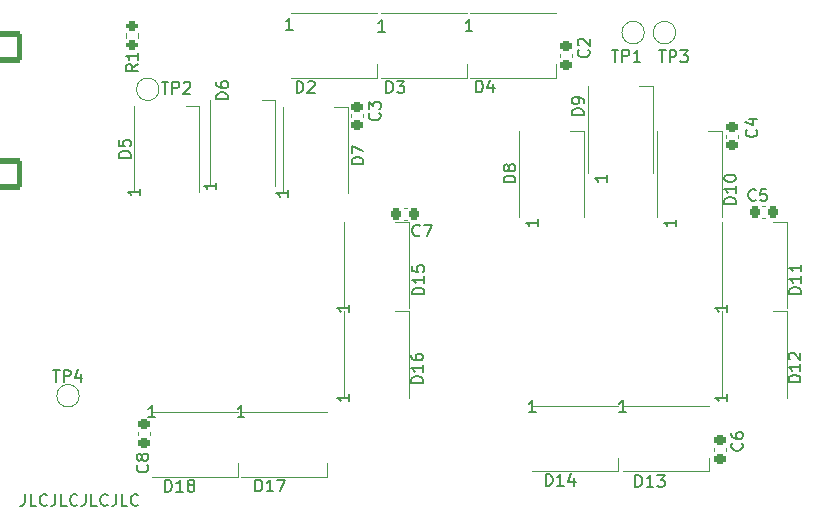
<source format=gbr>
%TF.GenerationSoftware,KiCad,Pcbnew,7.0.1*%
%TF.CreationDate,2023-04-10T12:22:30-08:00*%
%TF.ProjectId,ANT SEL PANEL,414e5420-5345-44c2-9050-414e454c2e6b,4*%
%TF.SameCoordinates,Original*%
%TF.FileFunction,Legend,Top*%
%TF.FilePolarity,Positive*%
%FSLAX46Y46*%
G04 Gerber Fmt 4.6, Leading zero omitted, Abs format (unit mm)*
G04 Created by KiCad (PCBNEW 7.0.1) date 2023-04-10 12:22:30*
%MOMM*%
%LPD*%
G01*
G04 APERTURE LIST*
G04 Aperture macros list*
%AMRoundRect*
0 Rectangle with rounded corners*
0 $1 Rounding radius*
0 $2 $3 $4 $5 $6 $7 $8 $9 X,Y pos of 4 corners*
0 Add a 4 corners polygon primitive as box body*
4,1,4,$2,$3,$4,$5,$6,$7,$8,$9,$2,$3,0*
0 Add four circle primitives for the rounded corners*
1,1,$1+$1,$2,$3*
1,1,$1+$1,$4,$5*
1,1,$1+$1,$6,$7*
1,1,$1+$1,$8,$9*
0 Add four rect primitives between the rounded corners*
20,1,$1+$1,$2,$3,$4,$5,0*
20,1,$1+$1,$4,$5,$6,$7,0*
20,1,$1+$1,$6,$7,$8,$9,0*
20,1,$1+$1,$8,$9,$2,$3,0*%
G04 Aperture macros list end*
%ADD10C,0.150000*%
%ADD11C,0.120000*%
%ADD12C,1.500000*%
%ADD13R,1.800000X1.800000*%
%ADD14C,1.800000*%
%ADD15C,3.572000*%
%ADD16C,12.700000*%
%ADD17RoundRect,0.225000X-0.250000X0.225000X-0.250000X-0.225000X0.250000X-0.225000X0.250000X0.225000X0*%
%ADD18R,1.500000X0.900000*%
%ADD19R,0.900000X1.500000*%
%ADD20RoundRect,0.200000X-0.275000X0.200000X-0.275000X-0.200000X0.275000X-0.200000X0.275000X0.200000X0*%
%ADD21RoundRect,0.225000X0.225000X0.250000X-0.225000X0.250000X-0.225000X-0.250000X0.225000X-0.250000X0*%
%ADD22RoundRect,0.225000X-0.225000X-0.250000X0.225000X-0.250000X0.225000X0.250000X-0.225000X0.250000X0*%
%ADD23O,3.300000X2.700000*%
%ADD24RoundRect,0.250001X-1.399999X1.099999X-1.399999X-1.099999X1.399999X-1.099999X1.399999X1.099999X0*%
%ADD25C,4.300000*%
G04 APERTURE END LIST*
D10*
X84255951Y-79762619D02*
X84255951Y-80476904D01*
X84255951Y-80476904D02*
X84208332Y-80619761D01*
X84208332Y-80619761D02*
X84113094Y-80715000D01*
X84113094Y-80715000D02*
X83970237Y-80762619D01*
X83970237Y-80762619D02*
X83874999Y-80762619D01*
X85208332Y-80762619D02*
X84732142Y-80762619D01*
X84732142Y-80762619D02*
X84732142Y-79762619D01*
X86113094Y-80667380D02*
X86065475Y-80715000D01*
X86065475Y-80715000D02*
X85922618Y-80762619D01*
X85922618Y-80762619D02*
X85827380Y-80762619D01*
X85827380Y-80762619D02*
X85684523Y-80715000D01*
X85684523Y-80715000D02*
X85589285Y-80619761D01*
X85589285Y-80619761D02*
X85541666Y-80524523D01*
X85541666Y-80524523D02*
X85494047Y-80334047D01*
X85494047Y-80334047D02*
X85494047Y-80191190D01*
X85494047Y-80191190D02*
X85541666Y-80000714D01*
X85541666Y-80000714D02*
X85589285Y-79905476D01*
X85589285Y-79905476D02*
X85684523Y-79810238D01*
X85684523Y-79810238D02*
X85827380Y-79762619D01*
X85827380Y-79762619D02*
X85922618Y-79762619D01*
X85922618Y-79762619D02*
X86065475Y-79810238D01*
X86065475Y-79810238D02*
X86113094Y-79857857D01*
X86827380Y-79762619D02*
X86827380Y-80476904D01*
X86827380Y-80476904D02*
X86779761Y-80619761D01*
X86779761Y-80619761D02*
X86684523Y-80715000D01*
X86684523Y-80715000D02*
X86541666Y-80762619D01*
X86541666Y-80762619D02*
X86446428Y-80762619D01*
X87779761Y-80762619D02*
X87303571Y-80762619D01*
X87303571Y-80762619D02*
X87303571Y-79762619D01*
X88684523Y-80667380D02*
X88636904Y-80715000D01*
X88636904Y-80715000D02*
X88494047Y-80762619D01*
X88494047Y-80762619D02*
X88398809Y-80762619D01*
X88398809Y-80762619D02*
X88255952Y-80715000D01*
X88255952Y-80715000D02*
X88160714Y-80619761D01*
X88160714Y-80619761D02*
X88113095Y-80524523D01*
X88113095Y-80524523D02*
X88065476Y-80334047D01*
X88065476Y-80334047D02*
X88065476Y-80191190D01*
X88065476Y-80191190D02*
X88113095Y-80000714D01*
X88113095Y-80000714D02*
X88160714Y-79905476D01*
X88160714Y-79905476D02*
X88255952Y-79810238D01*
X88255952Y-79810238D02*
X88398809Y-79762619D01*
X88398809Y-79762619D02*
X88494047Y-79762619D01*
X88494047Y-79762619D02*
X88636904Y-79810238D01*
X88636904Y-79810238D02*
X88684523Y-79857857D01*
X89398809Y-79762619D02*
X89398809Y-80476904D01*
X89398809Y-80476904D02*
X89351190Y-80619761D01*
X89351190Y-80619761D02*
X89255952Y-80715000D01*
X89255952Y-80715000D02*
X89113095Y-80762619D01*
X89113095Y-80762619D02*
X89017857Y-80762619D01*
X90351190Y-80762619D02*
X89875000Y-80762619D01*
X89875000Y-80762619D02*
X89875000Y-79762619D01*
X91255952Y-80667380D02*
X91208333Y-80715000D01*
X91208333Y-80715000D02*
X91065476Y-80762619D01*
X91065476Y-80762619D02*
X90970238Y-80762619D01*
X90970238Y-80762619D02*
X90827381Y-80715000D01*
X90827381Y-80715000D02*
X90732143Y-80619761D01*
X90732143Y-80619761D02*
X90684524Y-80524523D01*
X90684524Y-80524523D02*
X90636905Y-80334047D01*
X90636905Y-80334047D02*
X90636905Y-80191190D01*
X90636905Y-80191190D02*
X90684524Y-80000714D01*
X90684524Y-80000714D02*
X90732143Y-79905476D01*
X90732143Y-79905476D02*
X90827381Y-79810238D01*
X90827381Y-79810238D02*
X90970238Y-79762619D01*
X90970238Y-79762619D02*
X91065476Y-79762619D01*
X91065476Y-79762619D02*
X91208333Y-79810238D01*
X91208333Y-79810238D02*
X91255952Y-79857857D01*
X91970238Y-79762619D02*
X91970238Y-80476904D01*
X91970238Y-80476904D02*
X91922619Y-80619761D01*
X91922619Y-80619761D02*
X91827381Y-80715000D01*
X91827381Y-80715000D02*
X91684524Y-80762619D01*
X91684524Y-80762619D02*
X91589286Y-80762619D01*
X92922619Y-80762619D02*
X92446429Y-80762619D01*
X92446429Y-80762619D02*
X92446429Y-79762619D01*
X93827381Y-80667380D02*
X93779762Y-80715000D01*
X93779762Y-80715000D02*
X93636905Y-80762619D01*
X93636905Y-80762619D02*
X93541667Y-80762619D01*
X93541667Y-80762619D02*
X93398810Y-80715000D01*
X93398810Y-80715000D02*
X93303572Y-80619761D01*
X93303572Y-80619761D02*
X93255953Y-80524523D01*
X93255953Y-80524523D02*
X93208334Y-80334047D01*
X93208334Y-80334047D02*
X93208334Y-80191190D01*
X93208334Y-80191190D02*
X93255953Y-80000714D01*
X93255953Y-80000714D02*
X93303572Y-79905476D01*
X93303572Y-79905476D02*
X93398810Y-79810238D01*
X93398810Y-79810238D02*
X93541667Y-79762619D01*
X93541667Y-79762619D02*
X93636905Y-79762619D01*
X93636905Y-79762619D02*
X93779762Y-79810238D01*
X93779762Y-79810238D02*
X93827381Y-79857857D01*
%TO.C,TP4*%
X86638095Y-69264619D02*
X87209523Y-69264619D01*
X86923809Y-70264619D02*
X86923809Y-69264619D01*
X87542857Y-70264619D02*
X87542857Y-69264619D01*
X87542857Y-69264619D02*
X87923809Y-69264619D01*
X87923809Y-69264619D02*
X88019047Y-69312238D01*
X88019047Y-69312238D02*
X88066666Y-69359857D01*
X88066666Y-69359857D02*
X88114285Y-69455095D01*
X88114285Y-69455095D02*
X88114285Y-69597952D01*
X88114285Y-69597952D02*
X88066666Y-69693190D01*
X88066666Y-69693190D02*
X88019047Y-69740809D01*
X88019047Y-69740809D02*
X87923809Y-69788428D01*
X87923809Y-69788428D02*
X87542857Y-69788428D01*
X88971428Y-69597952D02*
X88971428Y-70264619D01*
X88733333Y-69217000D02*
X88495238Y-69931285D01*
X88495238Y-69931285D02*
X89114285Y-69931285D01*
%TO.C,TP3*%
X137938095Y-42212619D02*
X138509523Y-42212619D01*
X138223809Y-43212619D02*
X138223809Y-42212619D01*
X138842857Y-43212619D02*
X138842857Y-42212619D01*
X138842857Y-42212619D02*
X139223809Y-42212619D01*
X139223809Y-42212619D02*
X139319047Y-42260238D01*
X139319047Y-42260238D02*
X139366666Y-42307857D01*
X139366666Y-42307857D02*
X139414285Y-42403095D01*
X139414285Y-42403095D02*
X139414285Y-42545952D01*
X139414285Y-42545952D02*
X139366666Y-42641190D01*
X139366666Y-42641190D02*
X139319047Y-42688809D01*
X139319047Y-42688809D02*
X139223809Y-42736428D01*
X139223809Y-42736428D02*
X138842857Y-42736428D01*
X139747619Y-42212619D02*
X140366666Y-42212619D01*
X140366666Y-42212619D02*
X140033333Y-42593571D01*
X140033333Y-42593571D02*
X140176190Y-42593571D01*
X140176190Y-42593571D02*
X140271428Y-42641190D01*
X140271428Y-42641190D02*
X140319047Y-42688809D01*
X140319047Y-42688809D02*
X140366666Y-42784047D01*
X140366666Y-42784047D02*
X140366666Y-43022142D01*
X140366666Y-43022142D02*
X140319047Y-43117380D01*
X140319047Y-43117380D02*
X140271428Y-43165000D01*
X140271428Y-43165000D02*
X140176190Y-43212619D01*
X140176190Y-43212619D02*
X139890476Y-43212619D01*
X139890476Y-43212619D02*
X139795238Y-43165000D01*
X139795238Y-43165000D02*
X139747619Y-43117380D01*
%TO.C,TP2*%
X95838095Y-44862619D02*
X96409523Y-44862619D01*
X96123809Y-45862619D02*
X96123809Y-44862619D01*
X96742857Y-45862619D02*
X96742857Y-44862619D01*
X96742857Y-44862619D02*
X97123809Y-44862619D01*
X97123809Y-44862619D02*
X97219047Y-44910238D01*
X97219047Y-44910238D02*
X97266666Y-44957857D01*
X97266666Y-44957857D02*
X97314285Y-45053095D01*
X97314285Y-45053095D02*
X97314285Y-45195952D01*
X97314285Y-45195952D02*
X97266666Y-45291190D01*
X97266666Y-45291190D02*
X97219047Y-45338809D01*
X97219047Y-45338809D02*
X97123809Y-45386428D01*
X97123809Y-45386428D02*
X96742857Y-45386428D01*
X97695238Y-44957857D02*
X97742857Y-44910238D01*
X97742857Y-44910238D02*
X97838095Y-44862619D01*
X97838095Y-44862619D02*
X98076190Y-44862619D01*
X98076190Y-44862619D02*
X98171428Y-44910238D01*
X98171428Y-44910238D02*
X98219047Y-44957857D01*
X98219047Y-44957857D02*
X98266666Y-45053095D01*
X98266666Y-45053095D02*
X98266666Y-45148333D01*
X98266666Y-45148333D02*
X98219047Y-45291190D01*
X98219047Y-45291190D02*
X97647619Y-45862619D01*
X97647619Y-45862619D02*
X98266666Y-45862619D01*
%TO.C,TP1*%
X133938095Y-42162619D02*
X134509523Y-42162619D01*
X134223809Y-43162619D02*
X134223809Y-42162619D01*
X134842857Y-43162619D02*
X134842857Y-42162619D01*
X134842857Y-42162619D02*
X135223809Y-42162619D01*
X135223809Y-42162619D02*
X135319047Y-42210238D01*
X135319047Y-42210238D02*
X135366666Y-42257857D01*
X135366666Y-42257857D02*
X135414285Y-42353095D01*
X135414285Y-42353095D02*
X135414285Y-42495952D01*
X135414285Y-42495952D02*
X135366666Y-42591190D01*
X135366666Y-42591190D02*
X135319047Y-42638809D01*
X135319047Y-42638809D02*
X135223809Y-42686428D01*
X135223809Y-42686428D02*
X134842857Y-42686428D01*
X136366666Y-43162619D02*
X135795238Y-43162619D01*
X136080952Y-43162619D02*
X136080952Y-42162619D01*
X136080952Y-42162619D02*
X135985714Y-42305476D01*
X135985714Y-42305476D02*
X135890476Y-42400714D01*
X135890476Y-42400714D02*
X135795238Y-42448333D01*
%TO.C,C4*%
X146167380Y-48916666D02*
X146215000Y-48964285D01*
X146215000Y-48964285D02*
X146262619Y-49107142D01*
X146262619Y-49107142D02*
X146262619Y-49202380D01*
X146262619Y-49202380D02*
X146215000Y-49345237D01*
X146215000Y-49345237D02*
X146119761Y-49440475D01*
X146119761Y-49440475D02*
X146024523Y-49488094D01*
X146024523Y-49488094D02*
X145834047Y-49535713D01*
X145834047Y-49535713D02*
X145691190Y-49535713D01*
X145691190Y-49535713D02*
X145500714Y-49488094D01*
X145500714Y-49488094D02*
X145405476Y-49440475D01*
X145405476Y-49440475D02*
X145310238Y-49345237D01*
X145310238Y-49345237D02*
X145262619Y-49202380D01*
X145262619Y-49202380D02*
X145262619Y-49107142D01*
X145262619Y-49107142D02*
X145310238Y-48964285D01*
X145310238Y-48964285D02*
X145357857Y-48916666D01*
X145595952Y-48059523D02*
X146262619Y-48059523D01*
X145215000Y-48297618D02*
X145929285Y-48535713D01*
X145929285Y-48535713D02*
X145929285Y-47916666D01*
%TO.C,C2*%
X131967380Y-42166666D02*
X132015000Y-42214285D01*
X132015000Y-42214285D02*
X132062619Y-42357142D01*
X132062619Y-42357142D02*
X132062619Y-42452380D01*
X132062619Y-42452380D02*
X132015000Y-42595237D01*
X132015000Y-42595237D02*
X131919761Y-42690475D01*
X131919761Y-42690475D02*
X131824523Y-42738094D01*
X131824523Y-42738094D02*
X131634047Y-42785713D01*
X131634047Y-42785713D02*
X131491190Y-42785713D01*
X131491190Y-42785713D02*
X131300714Y-42738094D01*
X131300714Y-42738094D02*
X131205476Y-42690475D01*
X131205476Y-42690475D02*
X131110238Y-42595237D01*
X131110238Y-42595237D02*
X131062619Y-42452380D01*
X131062619Y-42452380D02*
X131062619Y-42357142D01*
X131062619Y-42357142D02*
X131110238Y-42214285D01*
X131110238Y-42214285D02*
X131157857Y-42166666D01*
X131157857Y-41785713D02*
X131110238Y-41738094D01*
X131110238Y-41738094D02*
X131062619Y-41642856D01*
X131062619Y-41642856D02*
X131062619Y-41404761D01*
X131062619Y-41404761D02*
X131110238Y-41309523D01*
X131110238Y-41309523D02*
X131157857Y-41261904D01*
X131157857Y-41261904D02*
X131253095Y-41214285D01*
X131253095Y-41214285D02*
X131348333Y-41214285D01*
X131348333Y-41214285D02*
X131491190Y-41261904D01*
X131491190Y-41261904D02*
X132062619Y-41833332D01*
X132062619Y-41833332D02*
X132062619Y-41214285D01*
%TO.C,D2*%
X107261905Y-45812619D02*
X107261905Y-44812619D01*
X107261905Y-44812619D02*
X107500000Y-44812619D01*
X107500000Y-44812619D02*
X107642857Y-44860238D01*
X107642857Y-44860238D02*
X107738095Y-44955476D01*
X107738095Y-44955476D02*
X107785714Y-45050714D01*
X107785714Y-45050714D02*
X107833333Y-45241190D01*
X107833333Y-45241190D02*
X107833333Y-45384047D01*
X107833333Y-45384047D02*
X107785714Y-45574523D01*
X107785714Y-45574523D02*
X107738095Y-45669761D01*
X107738095Y-45669761D02*
X107642857Y-45765000D01*
X107642857Y-45765000D02*
X107500000Y-45812619D01*
X107500000Y-45812619D02*
X107261905Y-45812619D01*
X108214286Y-44907857D02*
X108261905Y-44860238D01*
X108261905Y-44860238D02*
X108357143Y-44812619D01*
X108357143Y-44812619D02*
X108595238Y-44812619D01*
X108595238Y-44812619D02*
X108690476Y-44860238D01*
X108690476Y-44860238D02*
X108738095Y-44907857D01*
X108738095Y-44907857D02*
X108785714Y-45003095D01*
X108785714Y-45003095D02*
X108785714Y-45098333D01*
X108785714Y-45098333D02*
X108738095Y-45241190D01*
X108738095Y-45241190D02*
X108166667Y-45812619D01*
X108166667Y-45812619D02*
X108785714Y-45812619D01*
X106935714Y-40462619D02*
X106364286Y-40462619D01*
X106650000Y-40462619D02*
X106650000Y-39462619D01*
X106650000Y-39462619D02*
X106554762Y-39605476D01*
X106554762Y-39605476D02*
X106459524Y-39700714D01*
X106459524Y-39700714D02*
X106364286Y-39748333D01*
%TO.C,D3*%
X114861905Y-45812619D02*
X114861905Y-44812619D01*
X114861905Y-44812619D02*
X115100000Y-44812619D01*
X115100000Y-44812619D02*
X115242857Y-44860238D01*
X115242857Y-44860238D02*
X115338095Y-44955476D01*
X115338095Y-44955476D02*
X115385714Y-45050714D01*
X115385714Y-45050714D02*
X115433333Y-45241190D01*
X115433333Y-45241190D02*
X115433333Y-45384047D01*
X115433333Y-45384047D02*
X115385714Y-45574523D01*
X115385714Y-45574523D02*
X115338095Y-45669761D01*
X115338095Y-45669761D02*
X115242857Y-45765000D01*
X115242857Y-45765000D02*
X115100000Y-45812619D01*
X115100000Y-45812619D02*
X114861905Y-45812619D01*
X115766667Y-44812619D02*
X116385714Y-44812619D01*
X116385714Y-44812619D02*
X116052381Y-45193571D01*
X116052381Y-45193571D02*
X116195238Y-45193571D01*
X116195238Y-45193571D02*
X116290476Y-45241190D01*
X116290476Y-45241190D02*
X116338095Y-45288809D01*
X116338095Y-45288809D02*
X116385714Y-45384047D01*
X116385714Y-45384047D02*
X116385714Y-45622142D01*
X116385714Y-45622142D02*
X116338095Y-45717380D01*
X116338095Y-45717380D02*
X116290476Y-45765000D01*
X116290476Y-45765000D02*
X116195238Y-45812619D01*
X116195238Y-45812619D02*
X115909524Y-45812619D01*
X115909524Y-45812619D02*
X115814286Y-45765000D01*
X115814286Y-45765000D02*
X115766667Y-45717380D01*
X114735714Y-40612619D02*
X114164286Y-40612619D01*
X114450000Y-40612619D02*
X114450000Y-39612619D01*
X114450000Y-39612619D02*
X114354762Y-39755476D01*
X114354762Y-39755476D02*
X114259524Y-39850714D01*
X114259524Y-39850714D02*
X114164286Y-39898333D01*
%TO.C,D4*%
X122461905Y-45762619D02*
X122461905Y-44762619D01*
X122461905Y-44762619D02*
X122700000Y-44762619D01*
X122700000Y-44762619D02*
X122842857Y-44810238D01*
X122842857Y-44810238D02*
X122938095Y-44905476D01*
X122938095Y-44905476D02*
X122985714Y-45000714D01*
X122985714Y-45000714D02*
X123033333Y-45191190D01*
X123033333Y-45191190D02*
X123033333Y-45334047D01*
X123033333Y-45334047D02*
X122985714Y-45524523D01*
X122985714Y-45524523D02*
X122938095Y-45619761D01*
X122938095Y-45619761D02*
X122842857Y-45715000D01*
X122842857Y-45715000D02*
X122700000Y-45762619D01*
X122700000Y-45762619D02*
X122461905Y-45762619D01*
X123890476Y-45095952D02*
X123890476Y-45762619D01*
X123652381Y-44715000D02*
X123414286Y-45429285D01*
X123414286Y-45429285D02*
X124033333Y-45429285D01*
X122135714Y-40562619D02*
X121564286Y-40562619D01*
X121850000Y-40562619D02*
X121850000Y-39562619D01*
X121850000Y-39562619D02*
X121754762Y-39705476D01*
X121754762Y-39705476D02*
X121659524Y-39800714D01*
X121659524Y-39800714D02*
X121564286Y-39848333D01*
%TO.C,D6*%
X101462619Y-46338094D02*
X100462619Y-46338094D01*
X100462619Y-46338094D02*
X100462619Y-46099999D01*
X100462619Y-46099999D02*
X100510238Y-45957142D01*
X100510238Y-45957142D02*
X100605476Y-45861904D01*
X100605476Y-45861904D02*
X100700714Y-45814285D01*
X100700714Y-45814285D02*
X100891190Y-45766666D01*
X100891190Y-45766666D02*
X101034047Y-45766666D01*
X101034047Y-45766666D02*
X101224523Y-45814285D01*
X101224523Y-45814285D02*
X101319761Y-45861904D01*
X101319761Y-45861904D02*
X101415000Y-45957142D01*
X101415000Y-45957142D02*
X101462619Y-46099999D01*
X101462619Y-46099999D02*
X101462619Y-46338094D01*
X100462619Y-44909523D02*
X100462619Y-45099999D01*
X100462619Y-45099999D02*
X100510238Y-45195237D01*
X100510238Y-45195237D02*
X100557857Y-45242856D01*
X100557857Y-45242856D02*
X100700714Y-45338094D01*
X100700714Y-45338094D02*
X100891190Y-45385713D01*
X100891190Y-45385713D02*
X101272142Y-45385713D01*
X101272142Y-45385713D02*
X101367380Y-45338094D01*
X101367380Y-45338094D02*
X101415000Y-45290475D01*
X101415000Y-45290475D02*
X101462619Y-45195237D01*
X101462619Y-45195237D02*
X101462619Y-45004761D01*
X101462619Y-45004761D02*
X101415000Y-44909523D01*
X101415000Y-44909523D02*
X101367380Y-44861904D01*
X101367380Y-44861904D02*
X101272142Y-44814285D01*
X101272142Y-44814285D02*
X101034047Y-44814285D01*
X101034047Y-44814285D02*
X100938809Y-44861904D01*
X100938809Y-44861904D02*
X100891190Y-44909523D01*
X100891190Y-44909523D02*
X100843571Y-45004761D01*
X100843571Y-45004761D02*
X100843571Y-45195237D01*
X100843571Y-45195237D02*
X100891190Y-45290475D01*
X100891190Y-45290475D02*
X100938809Y-45338094D01*
X100938809Y-45338094D02*
X101034047Y-45385713D01*
X100404819Y-53414285D02*
X100404819Y-53985713D01*
X100404819Y-53699999D02*
X99404819Y-53699999D01*
X99404819Y-53699999D02*
X99547676Y-53795237D01*
X99547676Y-53795237D02*
X99642914Y-53890475D01*
X99642914Y-53890475D02*
X99690533Y-53985713D01*
%TO.C,D7*%
X112912619Y-51838094D02*
X111912619Y-51838094D01*
X111912619Y-51838094D02*
X111912619Y-51599999D01*
X111912619Y-51599999D02*
X111960238Y-51457142D01*
X111960238Y-51457142D02*
X112055476Y-51361904D01*
X112055476Y-51361904D02*
X112150714Y-51314285D01*
X112150714Y-51314285D02*
X112341190Y-51266666D01*
X112341190Y-51266666D02*
X112484047Y-51266666D01*
X112484047Y-51266666D02*
X112674523Y-51314285D01*
X112674523Y-51314285D02*
X112769761Y-51361904D01*
X112769761Y-51361904D02*
X112865000Y-51457142D01*
X112865000Y-51457142D02*
X112912619Y-51599999D01*
X112912619Y-51599999D02*
X112912619Y-51838094D01*
X111912619Y-50933332D02*
X111912619Y-50266666D01*
X111912619Y-50266666D02*
X112912619Y-50695237D01*
X106551819Y-54014285D02*
X106551819Y-54585713D01*
X106551819Y-54299999D02*
X105551819Y-54299999D01*
X105551819Y-54299999D02*
X105694676Y-54395237D01*
X105694676Y-54395237D02*
X105789914Y-54490475D01*
X105789914Y-54490475D02*
X105837533Y-54585713D01*
%TO.C,D8*%
X125787619Y-53388094D02*
X124787619Y-53388094D01*
X124787619Y-53388094D02*
X124787619Y-53149999D01*
X124787619Y-53149999D02*
X124835238Y-53007142D01*
X124835238Y-53007142D02*
X124930476Y-52911904D01*
X124930476Y-52911904D02*
X125025714Y-52864285D01*
X125025714Y-52864285D02*
X125216190Y-52816666D01*
X125216190Y-52816666D02*
X125359047Y-52816666D01*
X125359047Y-52816666D02*
X125549523Y-52864285D01*
X125549523Y-52864285D02*
X125644761Y-52911904D01*
X125644761Y-52911904D02*
X125740000Y-53007142D01*
X125740000Y-53007142D02*
X125787619Y-53149999D01*
X125787619Y-53149999D02*
X125787619Y-53388094D01*
X125216190Y-52245237D02*
X125168571Y-52340475D01*
X125168571Y-52340475D02*
X125120952Y-52388094D01*
X125120952Y-52388094D02*
X125025714Y-52435713D01*
X125025714Y-52435713D02*
X124978095Y-52435713D01*
X124978095Y-52435713D02*
X124882857Y-52388094D01*
X124882857Y-52388094D02*
X124835238Y-52340475D01*
X124835238Y-52340475D02*
X124787619Y-52245237D01*
X124787619Y-52245237D02*
X124787619Y-52054761D01*
X124787619Y-52054761D02*
X124835238Y-51959523D01*
X124835238Y-51959523D02*
X124882857Y-51911904D01*
X124882857Y-51911904D02*
X124978095Y-51864285D01*
X124978095Y-51864285D02*
X125025714Y-51864285D01*
X125025714Y-51864285D02*
X125120952Y-51911904D01*
X125120952Y-51911904D02*
X125168571Y-51959523D01*
X125168571Y-51959523D02*
X125216190Y-52054761D01*
X125216190Y-52054761D02*
X125216190Y-52245237D01*
X125216190Y-52245237D02*
X125263809Y-52340475D01*
X125263809Y-52340475D02*
X125311428Y-52388094D01*
X125311428Y-52388094D02*
X125406666Y-52435713D01*
X125406666Y-52435713D02*
X125597142Y-52435713D01*
X125597142Y-52435713D02*
X125692380Y-52388094D01*
X125692380Y-52388094D02*
X125740000Y-52340475D01*
X125740000Y-52340475D02*
X125787619Y-52245237D01*
X125787619Y-52245237D02*
X125787619Y-52054761D01*
X125787619Y-52054761D02*
X125740000Y-51959523D01*
X125740000Y-51959523D02*
X125692380Y-51911904D01*
X125692380Y-51911904D02*
X125597142Y-51864285D01*
X125597142Y-51864285D02*
X125406666Y-51864285D01*
X125406666Y-51864285D02*
X125311428Y-51911904D01*
X125311428Y-51911904D02*
X125263809Y-51959523D01*
X125263809Y-51959523D02*
X125216190Y-52054761D01*
X127687619Y-56514285D02*
X127687619Y-57085713D01*
X127687619Y-56799999D02*
X126687619Y-56799999D01*
X126687619Y-56799999D02*
X126830476Y-56895237D01*
X126830476Y-56895237D02*
X126925714Y-56990475D01*
X126925714Y-56990475D02*
X126973333Y-57085713D01*
%TO.C,D9*%
X131562619Y-47688094D02*
X130562619Y-47688094D01*
X130562619Y-47688094D02*
X130562619Y-47449999D01*
X130562619Y-47449999D02*
X130610238Y-47307142D01*
X130610238Y-47307142D02*
X130705476Y-47211904D01*
X130705476Y-47211904D02*
X130800714Y-47164285D01*
X130800714Y-47164285D02*
X130991190Y-47116666D01*
X130991190Y-47116666D02*
X131134047Y-47116666D01*
X131134047Y-47116666D02*
X131324523Y-47164285D01*
X131324523Y-47164285D02*
X131419761Y-47211904D01*
X131419761Y-47211904D02*
X131515000Y-47307142D01*
X131515000Y-47307142D02*
X131562619Y-47449999D01*
X131562619Y-47449999D02*
X131562619Y-47688094D01*
X131562619Y-46640475D02*
X131562619Y-46449999D01*
X131562619Y-46449999D02*
X131515000Y-46354761D01*
X131515000Y-46354761D02*
X131467380Y-46307142D01*
X131467380Y-46307142D02*
X131324523Y-46211904D01*
X131324523Y-46211904D02*
X131134047Y-46164285D01*
X131134047Y-46164285D02*
X130753095Y-46164285D01*
X130753095Y-46164285D02*
X130657857Y-46211904D01*
X130657857Y-46211904D02*
X130610238Y-46259523D01*
X130610238Y-46259523D02*
X130562619Y-46354761D01*
X130562619Y-46354761D02*
X130562619Y-46545237D01*
X130562619Y-46545237D02*
X130610238Y-46640475D01*
X130610238Y-46640475D02*
X130657857Y-46688094D01*
X130657857Y-46688094D02*
X130753095Y-46735713D01*
X130753095Y-46735713D02*
X130991190Y-46735713D01*
X130991190Y-46735713D02*
X131086428Y-46688094D01*
X131086428Y-46688094D02*
X131134047Y-46640475D01*
X131134047Y-46640475D02*
X131181666Y-46545237D01*
X131181666Y-46545237D02*
X131181666Y-46354761D01*
X131181666Y-46354761D02*
X131134047Y-46259523D01*
X131134047Y-46259523D02*
X131086428Y-46211904D01*
X131086428Y-46211904D02*
X130991190Y-46164285D01*
X133512619Y-52764285D02*
X133512619Y-53335713D01*
X133512619Y-53049999D02*
X132512619Y-53049999D01*
X132512619Y-53049999D02*
X132655476Y-53145237D01*
X132655476Y-53145237D02*
X132750714Y-53240475D01*
X132750714Y-53240475D02*
X132798333Y-53335713D01*
%TO.C,D10*%
X144462619Y-55214285D02*
X143462619Y-55214285D01*
X143462619Y-55214285D02*
X143462619Y-54976190D01*
X143462619Y-54976190D02*
X143510238Y-54833333D01*
X143510238Y-54833333D02*
X143605476Y-54738095D01*
X143605476Y-54738095D02*
X143700714Y-54690476D01*
X143700714Y-54690476D02*
X143891190Y-54642857D01*
X143891190Y-54642857D02*
X144034047Y-54642857D01*
X144034047Y-54642857D02*
X144224523Y-54690476D01*
X144224523Y-54690476D02*
X144319761Y-54738095D01*
X144319761Y-54738095D02*
X144415000Y-54833333D01*
X144415000Y-54833333D02*
X144462619Y-54976190D01*
X144462619Y-54976190D02*
X144462619Y-55214285D01*
X144462619Y-53690476D02*
X144462619Y-54261904D01*
X144462619Y-53976190D02*
X143462619Y-53976190D01*
X143462619Y-53976190D02*
X143605476Y-54071428D01*
X143605476Y-54071428D02*
X143700714Y-54166666D01*
X143700714Y-54166666D02*
X143748333Y-54261904D01*
X143462619Y-53071428D02*
X143462619Y-52976190D01*
X143462619Y-52976190D02*
X143510238Y-52880952D01*
X143510238Y-52880952D02*
X143557857Y-52833333D01*
X143557857Y-52833333D02*
X143653095Y-52785714D01*
X143653095Y-52785714D02*
X143843571Y-52738095D01*
X143843571Y-52738095D02*
X144081666Y-52738095D01*
X144081666Y-52738095D02*
X144272142Y-52785714D01*
X144272142Y-52785714D02*
X144367380Y-52833333D01*
X144367380Y-52833333D02*
X144415000Y-52880952D01*
X144415000Y-52880952D02*
X144462619Y-52976190D01*
X144462619Y-52976190D02*
X144462619Y-53071428D01*
X144462619Y-53071428D02*
X144415000Y-53166666D01*
X144415000Y-53166666D02*
X144367380Y-53214285D01*
X144367380Y-53214285D02*
X144272142Y-53261904D01*
X144272142Y-53261904D02*
X144081666Y-53309523D01*
X144081666Y-53309523D02*
X143843571Y-53309523D01*
X143843571Y-53309523D02*
X143653095Y-53261904D01*
X143653095Y-53261904D02*
X143557857Y-53214285D01*
X143557857Y-53214285D02*
X143510238Y-53166666D01*
X143510238Y-53166666D02*
X143462619Y-53071428D01*
X139362619Y-56539285D02*
X139362619Y-57110713D01*
X139362619Y-56824999D02*
X138362619Y-56824999D01*
X138362619Y-56824999D02*
X138505476Y-56920237D01*
X138505476Y-56920237D02*
X138600714Y-57015475D01*
X138600714Y-57015475D02*
X138648333Y-57110713D01*
%TO.C,D18*%
X96125514Y-79570119D02*
X96125514Y-78570119D01*
X96125514Y-78570119D02*
X96363609Y-78570119D01*
X96363609Y-78570119D02*
X96506466Y-78617738D01*
X96506466Y-78617738D02*
X96601704Y-78712976D01*
X96601704Y-78712976D02*
X96649323Y-78808214D01*
X96649323Y-78808214D02*
X96696942Y-78998690D01*
X96696942Y-78998690D02*
X96696942Y-79141547D01*
X96696942Y-79141547D02*
X96649323Y-79332023D01*
X96649323Y-79332023D02*
X96601704Y-79427261D01*
X96601704Y-79427261D02*
X96506466Y-79522500D01*
X96506466Y-79522500D02*
X96363609Y-79570119D01*
X96363609Y-79570119D02*
X96125514Y-79570119D01*
X97649323Y-79570119D02*
X97077895Y-79570119D01*
X97363609Y-79570119D02*
X97363609Y-78570119D01*
X97363609Y-78570119D02*
X97268371Y-78712976D01*
X97268371Y-78712976D02*
X97173133Y-78808214D01*
X97173133Y-78808214D02*
X97077895Y-78855833D01*
X98220752Y-78998690D02*
X98125514Y-78951071D01*
X98125514Y-78951071D02*
X98077895Y-78903452D01*
X98077895Y-78903452D02*
X98030276Y-78808214D01*
X98030276Y-78808214D02*
X98030276Y-78760595D01*
X98030276Y-78760595D02*
X98077895Y-78665357D01*
X98077895Y-78665357D02*
X98125514Y-78617738D01*
X98125514Y-78617738D02*
X98220752Y-78570119D01*
X98220752Y-78570119D02*
X98411228Y-78570119D01*
X98411228Y-78570119D02*
X98506466Y-78617738D01*
X98506466Y-78617738D02*
X98554085Y-78665357D01*
X98554085Y-78665357D02*
X98601704Y-78760595D01*
X98601704Y-78760595D02*
X98601704Y-78808214D01*
X98601704Y-78808214D02*
X98554085Y-78903452D01*
X98554085Y-78903452D02*
X98506466Y-78951071D01*
X98506466Y-78951071D02*
X98411228Y-78998690D01*
X98411228Y-78998690D02*
X98220752Y-78998690D01*
X98220752Y-78998690D02*
X98125514Y-79046309D01*
X98125514Y-79046309D02*
X98077895Y-79093928D01*
X98077895Y-79093928D02*
X98030276Y-79189166D01*
X98030276Y-79189166D02*
X98030276Y-79379642D01*
X98030276Y-79379642D02*
X98077895Y-79474880D01*
X98077895Y-79474880D02*
X98125514Y-79522500D01*
X98125514Y-79522500D02*
X98220752Y-79570119D01*
X98220752Y-79570119D02*
X98411228Y-79570119D01*
X98411228Y-79570119D02*
X98506466Y-79522500D01*
X98506466Y-79522500D02*
X98554085Y-79474880D01*
X98554085Y-79474880D02*
X98601704Y-79379642D01*
X98601704Y-79379642D02*
X98601704Y-79189166D01*
X98601704Y-79189166D02*
X98554085Y-79093928D01*
X98554085Y-79093928D02*
X98506466Y-79046309D01*
X98506466Y-79046309D02*
X98411228Y-78998690D01*
X95285714Y-73266119D02*
X94714286Y-73266119D01*
X95000000Y-73266119D02*
X95000000Y-72266119D01*
X95000000Y-72266119D02*
X94904762Y-72408976D01*
X94904762Y-72408976D02*
X94809524Y-72504214D01*
X94809524Y-72504214D02*
X94714286Y-72551833D01*
%TO.C,D17*%
X103775514Y-79542219D02*
X103775514Y-78542219D01*
X103775514Y-78542219D02*
X104013609Y-78542219D01*
X104013609Y-78542219D02*
X104156466Y-78589838D01*
X104156466Y-78589838D02*
X104251704Y-78685076D01*
X104251704Y-78685076D02*
X104299323Y-78780314D01*
X104299323Y-78780314D02*
X104346942Y-78970790D01*
X104346942Y-78970790D02*
X104346942Y-79113647D01*
X104346942Y-79113647D02*
X104299323Y-79304123D01*
X104299323Y-79304123D02*
X104251704Y-79399361D01*
X104251704Y-79399361D02*
X104156466Y-79494600D01*
X104156466Y-79494600D02*
X104013609Y-79542219D01*
X104013609Y-79542219D02*
X103775514Y-79542219D01*
X105299323Y-79542219D02*
X104727895Y-79542219D01*
X105013609Y-79542219D02*
X105013609Y-78542219D01*
X105013609Y-78542219D02*
X104918371Y-78685076D01*
X104918371Y-78685076D02*
X104823133Y-78780314D01*
X104823133Y-78780314D02*
X104727895Y-78827933D01*
X105632657Y-78542219D02*
X106299323Y-78542219D01*
X106299323Y-78542219D02*
X105870752Y-79542219D01*
X102835714Y-73262619D02*
X102264286Y-73262619D01*
X102550000Y-73262619D02*
X102550000Y-72262619D01*
X102550000Y-72262619D02*
X102454762Y-72405476D01*
X102454762Y-72405476D02*
X102359524Y-72500714D01*
X102359524Y-72500714D02*
X102264286Y-72548333D01*
%TO.C,D14*%
X128356514Y-79062619D02*
X128356514Y-78062619D01*
X128356514Y-78062619D02*
X128594609Y-78062619D01*
X128594609Y-78062619D02*
X128737466Y-78110238D01*
X128737466Y-78110238D02*
X128832704Y-78205476D01*
X128832704Y-78205476D02*
X128880323Y-78300714D01*
X128880323Y-78300714D02*
X128927942Y-78491190D01*
X128927942Y-78491190D02*
X128927942Y-78634047D01*
X128927942Y-78634047D02*
X128880323Y-78824523D01*
X128880323Y-78824523D02*
X128832704Y-78919761D01*
X128832704Y-78919761D02*
X128737466Y-79015000D01*
X128737466Y-79015000D02*
X128594609Y-79062619D01*
X128594609Y-79062619D02*
X128356514Y-79062619D01*
X129880323Y-79062619D02*
X129308895Y-79062619D01*
X129594609Y-79062619D02*
X129594609Y-78062619D01*
X129594609Y-78062619D02*
X129499371Y-78205476D01*
X129499371Y-78205476D02*
X129404133Y-78300714D01*
X129404133Y-78300714D02*
X129308895Y-78348333D01*
X130737466Y-78395952D02*
X130737466Y-79062619D01*
X130499371Y-78015000D02*
X130261276Y-78729285D01*
X130261276Y-78729285D02*
X130880323Y-78729285D01*
X127485714Y-72820219D02*
X126914286Y-72820219D01*
X127200000Y-72820219D02*
X127200000Y-71820219D01*
X127200000Y-71820219D02*
X127104762Y-71963076D01*
X127104762Y-71963076D02*
X127009524Y-72058314D01*
X127009524Y-72058314D02*
X126914286Y-72105933D01*
%TO.C,D13*%
X135935714Y-79162619D02*
X135935714Y-78162619D01*
X135935714Y-78162619D02*
X136173809Y-78162619D01*
X136173809Y-78162619D02*
X136316666Y-78210238D01*
X136316666Y-78210238D02*
X136411904Y-78305476D01*
X136411904Y-78305476D02*
X136459523Y-78400714D01*
X136459523Y-78400714D02*
X136507142Y-78591190D01*
X136507142Y-78591190D02*
X136507142Y-78734047D01*
X136507142Y-78734047D02*
X136459523Y-78924523D01*
X136459523Y-78924523D02*
X136411904Y-79019761D01*
X136411904Y-79019761D02*
X136316666Y-79115000D01*
X136316666Y-79115000D02*
X136173809Y-79162619D01*
X136173809Y-79162619D02*
X135935714Y-79162619D01*
X137459523Y-79162619D02*
X136888095Y-79162619D01*
X137173809Y-79162619D02*
X137173809Y-78162619D01*
X137173809Y-78162619D02*
X137078571Y-78305476D01*
X137078571Y-78305476D02*
X136983333Y-78400714D01*
X136983333Y-78400714D02*
X136888095Y-78448333D01*
X137792857Y-78162619D02*
X138411904Y-78162619D01*
X138411904Y-78162619D02*
X138078571Y-78543571D01*
X138078571Y-78543571D02*
X138221428Y-78543571D01*
X138221428Y-78543571D02*
X138316666Y-78591190D01*
X138316666Y-78591190D02*
X138364285Y-78638809D01*
X138364285Y-78638809D02*
X138411904Y-78734047D01*
X138411904Y-78734047D02*
X138411904Y-78972142D01*
X138411904Y-78972142D02*
X138364285Y-79067380D01*
X138364285Y-79067380D02*
X138316666Y-79115000D01*
X138316666Y-79115000D02*
X138221428Y-79162619D01*
X138221428Y-79162619D02*
X137935714Y-79162619D01*
X137935714Y-79162619D02*
X137840476Y-79115000D01*
X137840476Y-79115000D02*
X137792857Y-79067380D01*
X135135714Y-72820219D02*
X134564286Y-72820219D01*
X134850000Y-72820219D02*
X134850000Y-71820219D01*
X134850000Y-71820219D02*
X134754762Y-71963076D01*
X134754762Y-71963076D02*
X134659524Y-72058314D01*
X134659524Y-72058314D02*
X134564286Y-72105933D01*
%TO.C,R1*%
X93812619Y-43366666D02*
X93336428Y-43699999D01*
X93812619Y-43938094D02*
X92812619Y-43938094D01*
X92812619Y-43938094D02*
X92812619Y-43557142D01*
X92812619Y-43557142D02*
X92860238Y-43461904D01*
X92860238Y-43461904D02*
X92907857Y-43414285D01*
X92907857Y-43414285D02*
X93003095Y-43366666D01*
X93003095Y-43366666D02*
X93145952Y-43366666D01*
X93145952Y-43366666D02*
X93241190Y-43414285D01*
X93241190Y-43414285D02*
X93288809Y-43461904D01*
X93288809Y-43461904D02*
X93336428Y-43557142D01*
X93336428Y-43557142D02*
X93336428Y-43938094D01*
X93812619Y-42414285D02*
X93812619Y-42985713D01*
X93812619Y-42699999D02*
X92812619Y-42699999D01*
X92812619Y-42699999D02*
X92955476Y-42795237D01*
X92955476Y-42795237D02*
X93050714Y-42890475D01*
X93050714Y-42890475D02*
X93098333Y-42985713D01*
%TO.C,C3*%
X114267380Y-47516666D02*
X114315000Y-47564285D01*
X114315000Y-47564285D02*
X114362619Y-47707142D01*
X114362619Y-47707142D02*
X114362619Y-47802380D01*
X114362619Y-47802380D02*
X114315000Y-47945237D01*
X114315000Y-47945237D02*
X114219761Y-48040475D01*
X114219761Y-48040475D02*
X114124523Y-48088094D01*
X114124523Y-48088094D02*
X113934047Y-48135713D01*
X113934047Y-48135713D02*
X113791190Y-48135713D01*
X113791190Y-48135713D02*
X113600714Y-48088094D01*
X113600714Y-48088094D02*
X113505476Y-48040475D01*
X113505476Y-48040475D02*
X113410238Y-47945237D01*
X113410238Y-47945237D02*
X113362619Y-47802380D01*
X113362619Y-47802380D02*
X113362619Y-47707142D01*
X113362619Y-47707142D02*
X113410238Y-47564285D01*
X113410238Y-47564285D02*
X113457857Y-47516666D01*
X113362619Y-47183332D02*
X113362619Y-46564285D01*
X113362619Y-46564285D02*
X113743571Y-46897618D01*
X113743571Y-46897618D02*
X113743571Y-46754761D01*
X113743571Y-46754761D02*
X113791190Y-46659523D01*
X113791190Y-46659523D02*
X113838809Y-46611904D01*
X113838809Y-46611904D02*
X113934047Y-46564285D01*
X113934047Y-46564285D02*
X114172142Y-46564285D01*
X114172142Y-46564285D02*
X114267380Y-46611904D01*
X114267380Y-46611904D02*
X114315000Y-46659523D01*
X114315000Y-46659523D02*
X114362619Y-46754761D01*
X114362619Y-46754761D02*
X114362619Y-47040475D01*
X114362619Y-47040475D02*
X114315000Y-47135713D01*
X114315000Y-47135713D02*
X114267380Y-47183332D01*
%TO.C,C6*%
X144950800Y-75466666D02*
X144998420Y-75514285D01*
X144998420Y-75514285D02*
X145046039Y-75657142D01*
X145046039Y-75657142D02*
X145046039Y-75752380D01*
X145046039Y-75752380D02*
X144998420Y-75895237D01*
X144998420Y-75895237D02*
X144903181Y-75990475D01*
X144903181Y-75990475D02*
X144807943Y-76038094D01*
X144807943Y-76038094D02*
X144617467Y-76085713D01*
X144617467Y-76085713D02*
X144474610Y-76085713D01*
X144474610Y-76085713D02*
X144284134Y-76038094D01*
X144284134Y-76038094D02*
X144188896Y-75990475D01*
X144188896Y-75990475D02*
X144093658Y-75895237D01*
X144093658Y-75895237D02*
X144046039Y-75752380D01*
X144046039Y-75752380D02*
X144046039Y-75657142D01*
X144046039Y-75657142D02*
X144093658Y-75514285D01*
X144093658Y-75514285D02*
X144141277Y-75466666D01*
X144046039Y-74609523D02*
X144046039Y-74799999D01*
X144046039Y-74799999D02*
X144093658Y-74895237D01*
X144093658Y-74895237D02*
X144141277Y-74942856D01*
X144141277Y-74942856D02*
X144284134Y-75038094D01*
X144284134Y-75038094D02*
X144474610Y-75085713D01*
X144474610Y-75085713D02*
X144855562Y-75085713D01*
X144855562Y-75085713D02*
X144950800Y-75038094D01*
X144950800Y-75038094D02*
X144998420Y-74990475D01*
X144998420Y-74990475D02*
X145046039Y-74895237D01*
X145046039Y-74895237D02*
X145046039Y-74704761D01*
X145046039Y-74704761D02*
X144998420Y-74609523D01*
X144998420Y-74609523D02*
X144950800Y-74561904D01*
X144950800Y-74561904D02*
X144855562Y-74514285D01*
X144855562Y-74514285D02*
X144617467Y-74514285D01*
X144617467Y-74514285D02*
X144522229Y-74561904D01*
X144522229Y-74561904D02*
X144474610Y-74609523D01*
X144474610Y-74609523D02*
X144426991Y-74704761D01*
X144426991Y-74704761D02*
X144426991Y-74895237D01*
X144426991Y-74895237D02*
X144474610Y-74990475D01*
X144474610Y-74990475D02*
X144522229Y-75038094D01*
X144522229Y-75038094D02*
X144617467Y-75085713D01*
%TO.C,C8*%
X94617380Y-77316666D02*
X94665000Y-77364285D01*
X94665000Y-77364285D02*
X94712619Y-77507142D01*
X94712619Y-77507142D02*
X94712619Y-77602380D01*
X94712619Y-77602380D02*
X94665000Y-77745237D01*
X94665000Y-77745237D02*
X94569761Y-77840475D01*
X94569761Y-77840475D02*
X94474523Y-77888094D01*
X94474523Y-77888094D02*
X94284047Y-77935713D01*
X94284047Y-77935713D02*
X94141190Y-77935713D01*
X94141190Y-77935713D02*
X93950714Y-77888094D01*
X93950714Y-77888094D02*
X93855476Y-77840475D01*
X93855476Y-77840475D02*
X93760238Y-77745237D01*
X93760238Y-77745237D02*
X93712619Y-77602380D01*
X93712619Y-77602380D02*
X93712619Y-77507142D01*
X93712619Y-77507142D02*
X93760238Y-77364285D01*
X93760238Y-77364285D02*
X93807857Y-77316666D01*
X94141190Y-76745237D02*
X94093571Y-76840475D01*
X94093571Y-76840475D02*
X94045952Y-76888094D01*
X94045952Y-76888094D02*
X93950714Y-76935713D01*
X93950714Y-76935713D02*
X93903095Y-76935713D01*
X93903095Y-76935713D02*
X93807857Y-76888094D01*
X93807857Y-76888094D02*
X93760238Y-76840475D01*
X93760238Y-76840475D02*
X93712619Y-76745237D01*
X93712619Y-76745237D02*
X93712619Y-76554761D01*
X93712619Y-76554761D02*
X93760238Y-76459523D01*
X93760238Y-76459523D02*
X93807857Y-76411904D01*
X93807857Y-76411904D02*
X93903095Y-76364285D01*
X93903095Y-76364285D02*
X93950714Y-76364285D01*
X93950714Y-76364285D02*
X94045952Y-76411904D01*
X94045952Y-76411904D02*
X94093571Y-76459523D01*
X94093571Y-76459523D02*
X94141190Y-76554761D01*
X94141190Y-76554761D02*
X94141190Y-76745237D01*
X94141190Y-76745237D02*
X94188809Y-76840475D01*
X94188809Y-76840475D02*
X94236428Y-76888094D01*
X94236428Y-76888094D02*
X94331666Y-76935713D01*
X94331666Y-76935713D02*
X94522142Y-76935713D01*
X94522142Y-76935713D02*
X94617380Y-76888094D01*
X94617380Y-76888094D02*
X94665000Y-76840475D01*
X94665000Y-76840475D02*
X94712619Y-76745237D01*
X94712619Y-76745237D02*
X94712619Y-76554761D01*
X94712619Y-76554761D02*
X94665000Y-76459523D01*
X94665000Y-76459523D02*
X94617380Y-76411904D01*
X94617380Y-76411904D02*
X94522142Y-76364285D01*
X94522142Y-76364285D02*
X94331666Y-76364285D01*
X94331666Y-76364285D02*
X94236428Y-76411904D01*
X94236428Y-76411904D02*
X94188809Y-76459523D01*
X94188809Y-76459523D02*
X94141190Y-76554761D01*
%TO.C,D12*%
X149912619Y-70264285D02*
X148912619Y-70264285D01*
X148912619Y-70264285D02*
X148912619Y-70026190D01*
X148912619Y-70026190D02*
X148960238Y-69883333D01*
X148960238Y-69883333D02*
X149055476Y-69788095D01*
X149055476Y-69788095D02*
X149150714Y-69740476D01*
X149150714Y-69740476D02*
X149341190Y-69692857D01*
X149341190Y-69692857D02*
X149484047Y-69692857D01*
X149484047Y-69692857D02*
X149674523Y-69740476D01*
X149674523Y-69740476D02*
X149769761Y-69788095D01*
X149769761Y-69788095D02*
X149865000Y-69883333D01*
X149865000Y-69883333D02*
X149912619Y-70026190D01*
X149912619Y-70026190D02*
X149912619Y-70264285D01*
X149912619Y-68740476D02*
X149912619Y-69311904D01*
X149912619Y-69026190D02*
X148912619Y-69026190D01*
X148912619Y-69026190D02*
X149055476Y-69121428D01*
X149055476Y-69121428D02*
X149150714Y-69216666D01*
X149150714Y-69216666D02*
X149198333Y-69311904D01*
X149007857Y-68359523D02*
X148960238Y-68311904D01*
X148960238Y-68311904D02*
X148912619Y-68216666D01*
X148912619Y-68216666D02*
X148912619Y-67978571D01*
X148912619Y-67978571D02*
X148960238Y-67883333D01*
X148960238Y-67883333D02*
X149007857Y-67835714D01*
X149007857Y-67835714D02*
X149103095Y-67788095D01*
X149103095Y-67788095D02*
X149198333Y-67788095D01*
X149198333Y-67788095D02*
X149341190Y-67835714D01*
X149341190Y-67835714D02*
X149912619Y-68407142D01*
X149912619Y-68407142D02*
X149912619Y-67788095D01*
X143712619Y-71314285D02*
X143712619Y-71885713D01*
X143712619Y-71599999D02*
X142712619Y-71599999D01*
X142712619Y-71599999D02*
X142855476Y-71695237D01*
X142855476Y-71695237D02*
X142950714Y-71790475D01*
X142950714Y-71790475D02*
X142998333Y-71885713D01*
%TO.C,D5*%
X93212619Y-51288094D02*
X92212619Y-51288094D01*
X92212619Y-51288094D02*
X92212619Y-51049999D01*
X92212619Y-51049999D02*
X92260238Y-50907142D01*
X92260238Y-50907142D02*
X92355476Y-50811904D01*
X92355476Y-50811904D02*
X92450714Y-50764285D01*
X92450714Y-50764285D02*
X92641190Y-50716666D01*
X92641190Y-50716666D02*
X92784047Y-50716666D01*
X92784047Y-50716666D02*
X92974523Y-50764285D01*
X92974523Y-50764285D02*
X93069761Y-50811904D01*
X93069761Y-50811904D02*
X93165000Y-50907142D01*
X93165000Y-50907142D02*
X93212619Y-51049999D01*
X93212619Y-51049999D02*
X93212619Y-51288094D01*
X92212619Y-49811904D02*
X92212619Y-50288094D01*
X92212619Y-50288094D02*
X92688809Y-50335713D01*
X92688809Y-50335713D02*
X92641190Y-50288094D01*
X92641190Y-50288094D02*
X92593571Y-50192856D01*
X92593571Y-50192856D02*
X92593571Y-49954761D01*
X92593571Y-49954761D02*
X92641190Y-49859523D01*
X92641190Y-49859523D02*
X92688809Y-49811904D01*
X92688809Y-49811904D02*
X92784047Y-49764285D01*
X92784047Y-49764285D02*
X93022142Y-49764285D01*
X93022142Y-49764285D02*
X93117380Y-49811904D01*
X93117380Y-49811904D02*
X93165000Y-49859523D01*
X93165000Y-49859523D02*
X93212619Y-49954761D01*
X93212619Y-49954761D02*
X93212619Y-50192856D01*
X93212619Y-50192856D02*
X93165000Y-50288094D01*
X93165000Y-50288094D02*
X93117380Y-50335713D01*
X93962619Y-53914285D02*
X93962619Y-54485713D01*
X93962619Y-54199999D02*
X92962619Y-54199999D01*
X92962619Y-54199999D02*
X93105476Y-54295237D01*
X93105476Y-54295237D02*
X93200714Y-54390475D01*
X93200714Y-54390475D02*
X93248333Y-54485713D01*
%TO.C,C7*%
X117683333Y-57867380D02*
X117635714Y-57915000D01*
X117635714Y-57915000D02*
X117492857Y-57962619D01*
X117492857Y-57962619D02*
X117397619Y-57962619D01*
X117397619Y-57962619D02*
X117254762Y-57915000D01*
X117254762Y-57915000D02*
X117159524Y-57819761D01*
X117159524Y-57819761D02*
X117111905Y-57724523D01*
X117111905Y-57724523D02*
X117064286Y-57534047D01*
X117064286Y-57534047D02*
X117064286Y-57391190D01*
X117064286Y-57391190D02*
X117111905Y-57200714D01*
X117111905Y-57200714D02*
X117159524Y-57105476D01*
X117159524Y-57105476D02*
X117254762Y-57010238D01*
X117254762Y-57010238D02*
X117397619Y-56962619D01*
X117397619Y-56962619D02*
X117492857Y-56962619D01*
X117492857Y-56962619D02*
X117635714Y-57010238D01*
X117635714Y-57010238D02*
X117683333Y-57057857D01*
X118016667Y-56962619D02*
X118683333Y-56962619D01*
X118683333Y-56962619D02*
X118254762Y-57962619D01*
%TO.C,D16*%
X117962619Y-70364285D02*
X116962619Y-70364285D01*
X116962619Y-70364285D02*
X116962619Y-70126190D01*
X116962619Y-70126190D02*
X117010238Y-69983333D01*
X117010238Y-69983333D02*
X117105476Y-69888095D01*
X117105476Y-69888095D02*
X117200714Y-69840476D01*
X117200714Y-69840476D02*
X117391190Y-69792857D01*
X117391190Y-69792857D02*
X117534047Y-69792857D01*
X117534047Y-69792857D02*
X117724523Y-69840476D01*
X117724523Y-69840476D02*
X117819761Y-69888095D01*
X117819761Y-69888095D02*
X117915000Y-69983333D01*
X117915000Y-69983333D02*
X117962619Y-70126190D01*
X117962619Y-70126190D02*
X117962619Y-70364285D01*
X117962619Y-68840476D02*
X117962619Y-69411904D01*
X117962619Y-69126190D02*
X116962619Y-69126190D01*
X116962619Y-69126190D02*
X117105476Y-69221428D01*
X117105476Y-69221428D02*
X117200714Y-69316666D01*
X117200714Y-69316666D02*
X117248333Y-69411904D01*
X116962619Y-67983333D02*
X116962619Y-68173809D01*
X116962619Y-68173809D02*
X117010238Y-68269047D01*
X117010238Y-68269047D02*
X117057857Y-68316666D01*
X117057857Y-68316666D02*
X117200714Y-68411904D01*
X117200714Y-68411904D02*
X117391190Y-68459523D01*
X117391190Y-68459523D02*
X117772142Y-68459523D01*
X117772142Y-68459523D02*
X117867380Y-68411904D01*
X117867380Y-68411904D02*
X117915000Y-68364285D01*
X117915000Y-68364285D02*
X117962619Y-68269047D01*
X117962619Y-68269047D02*
X117962619Y-68078571D01*
X117962619Y-68078571D02*
X117915000Y-67983333D01*
X117915000Y-67983333D02*
X117867380Y-67935714D01*
X117867380Y-67935714D02*
X117772142Y-67888095D01*
X117772142Y-67888095D02*
X117534047Y-67888095D01*
X117534047Y-67888095D02*
X117438809Y-67935714D01*
X117438809Y-67935714D02*
X117391190Y-67983333D01*
X117391190Y-67983333D02*
X117343571Y-68078571D01*
X117343571Y-68078571D02*
X117343571Y-68269047D01*
X117343571Y-68269047D02*
X117391190Y-68364285D01*
X117391190Y-68364285D02*
X117438809Y-68411904D01*
X117438809Y-68411904D02*
X117534047Y-68459523D01*
X111712619Y-71314285D02*
X111712619Y-71885713D01*
X111712619Y-71599999D02*
X110712619Y-71599999D01*
X110712619Y-71599999D02*
X110855476Y-71695237D01*
X110855476Y-71695237D02*
X110950714Y-71790475D01*
X110950714Y-71790475D02*
X110998333Y-71885713D01*
%TO.C,D11*%
X149962619Y-62814285D02*
X148962619Y-62814285D01*
X148962619Y-62814285D02*
X148962619Y-62576190D01*
X148962619Y-62576190D02*
X149010238Y-62433333D01*
X149010238Y-62433333D02*
X149105476Y-62338095D01*
X149105476Y-62338095D02*
X149200714Y-62290476D01*
X149200714Y-62290476D02*
X149391190Y-62242857D01*
X149391190Y-62242857D02*
X149534047Y-62242857D01*
X149534047Y-62242857D02*
X149724523Y-62290476D01*
X149724523Y-62290476D02*
X149819761Y-62338095D01*
X149819761Y-62338095D02*
X149915000Y-62433333D01*
X149915000Y-62433333D02*
X149962619Y-62576190D01*
X149962619Y-62576190D02*
X149962619Y-62814285D01*
X149962619Y-61290476D02*
X149962619Y-61861904D01*
X149962619Y-61576190D02*
X148962619Y-61576190D01*
X148962619Y-61576190D02*
X149105476Y-61671428D01*
X149105476Y-61671428D02*
X149200714Y-61766666D01*
X149200714Y-61766666D02*
X149248333Y-61861904D01*
X149962619Y-60338095D02*
X149962619Y-60909523D01*
X149962619Y-60623809D02*
X148962619Y-60623809D01*
X148962619Y-60623809D02*
X149105476Y-60719047D01*
X149105476Y-60719047D02*
X149200714Y-60814285D01*
X149200714Y-60814285D02*
X149248333Y-60909523D01*
X143712619Y-63764285D02*
X143712619Y-64335713D01*
X143712619Y-64049999D02*
X142712619Y-64049999D01*
X142712619Y-64049999D02*
X142855476Y-64145237D01*
X142855476Y-64145237D02*
X142950714Y-64240475D01*
X142950714Y-64240475D02*
X142998333Y-64335713D01*
%TO.C,C5*%
X146133333Y-54867380D02*
X146085714Y-54915000D01*
X146085714Y-54915000D02*
X145942857Y-54962619D01*
X145942857Y-54962619D02*
X145847619Y-54962619D01*
X145847619Y-54962619D02*
X145704762Y-54915000D01*
X145704762Y-54915000D02*
X145609524Y-54819761D01*
X145609524Y-54819761D02*
X145561905Y-54724523D01*
X145561905Y-54724523D02*
X145514286Y-54534047D01*
X145514286Y-54534047D02*
X145514286Y-54391190D01*
X145514286Y-54391190D02*
X145561905Y-54200714D01*
X145561905Y-54200714D02*
X145609524Y-54105476D01*
X145609524Y-54105476D02*
X145704762Y-54010238D01*
X145704762Y-54010238D02*
X145847619Y-53962619D01*
X145847619Y-53962619D02*
X145942857Y-53962619D01*
X145942857Y-53962619D02*
X146085714Y-54010238D01*
X146085714Y-54010238D02*
X146133333Y-54057857D01*
X147038095Y-53962619D02*
X146561905Y-53962619D01*
X146561905Y-53962619D02*
X146514286Y-54438809D01*
X146514286Y-54438809D02*
X146561905Y-54391190D01*
X146561905Y-54391190D02*
X146657143Y-54343571D01*
X146657143Y-54343571D02*
X146895238Y-54343571D01*
X146895238Y-54343571D02*
X146990476Y-54391190D01*
X146990476Y-54391190D02*
X147038095Y-54438809D01*
X147038095Y-54438809D02*
X147085714Y-54534047D01*
X147085714Y-54534047D02*
X147085714Y-54772142D01*
X147085714Y-54772142D02*
X147038095Y-54867380D01*
X147038095Y-54867380D02*
X146990476Y-54915000D01*
X146990476Y-54915000D02*
X146895238Y-54962619D01*
X146895238Y-54962619D02*
X146657143Y-54962619D01*
X146657143Y-54962619D02*
X146561905Y-54915000D01*
X146561905Y-54915000D02*
X146514286Y-54867380D01*
%TO.C,D15*%
X118062619Y-62864285D02*
X117062619Y-62864285D01*
X117062619Y-62864285D02*
X117062619Y-62626190D01*
X117062619Y-62626190D02*
X117110238Y-62483333D01*
X117110238Y-62483333D02*
X117205476Y-62388095D01*
X117205476Y-62388095D02*
X117300714Y-62340476D01*
X117300714Y-62340476D02*
X117491190Y-62292857D01*
X117491190Y-62292857D02*
X117634047Y-62292857D01*
X117634047Y-62292857D02*
X117824523Y-62340476D01*
X117824523Y-62340476D02*
X117919761Y-62388095D01*
X117919761Y-62388095D02*
X118015000Y-62483333D01*
X118015000Y-62483333D02*
X118062619Y-62626190D01*
X118062619Y-62626190D02*
X118062619Y-62864285D01*
X118062619Y-61340476D02*
X118062619Y-61911904D01*
X118062619Y-61626190D02*
X117062619Y-61626190D01*
X117062619Y-61626190D02*
X117205476Y-61721428D01*
X117205476Y-61721428D02*
X117300714Y-61816666D01*
X117300714Y-61816666D02*
X117348333Y-61911904D01*
X117062619Y-60435714D02*
X117062619Y-60911904D01*
X117062619Y-60911904D02*
X117538809Y-60959523D01*
X117538809Y-60959523D02*
X117491190Y-60911904D01*
X117491190Y-60911904D02*
X117443571Y-60816666D01*
X117443571Y-60816666D02*
X117443571Y-60578571D01*
X117443571Y-60578571D02*
X117491190Y-60483333D01*
X117491190Y-60483333D02*
X117538809Y-60435714D01*
X117538809Y-60435714D02*
X117634047Y-60388095D01*
X117634047Y-60388095D02*
X117872142Y-60388095D01*
X117872142Y-60388095D02*
X117967380Y-60435714D01*
X117967380Y-60435714D02*
X118015000Y-60483333D01*
X118015000Y-60483333D02*
X118062619Y-60578571D01*
X118062619Y-60578571D02*
X118062619Y-60816666D01*
X118062619Y-60816666D02*
X118015000Y-60911904D01*
X118015000Y-60911904D02*
X117967380Y-60959523D01*
X111712619Y-63764285D02*
X111712619Y-64335713D01*
X111712619Y-64049999D02*
X110712619Y-64049999D01*
X110712619Y-64049999D02*
X110855476Y-64145237D01*
X110855476Y-64145237D02*
X110950714Y-64240475D01*
X110950714Y-64240475D02*
X110998333Y-64335713D01*
D11*
%TO.C,TP4*%
X88850000Y-71450000D02*
G75*
G03*
X88850000Y-71450000I-950000J0D01*
G01*
%TO.C,TP3*%
X139350000Y-40700000D02*
G75*
G03*
X139350000Y-40700000I-950000J0D01*
G01*
%TO.C,TP2*%
X95600000Y-45500000D02*
G75*
G03*
X95600000Y-45500000I-950000J0D01*
G01*
%TO.C,TP1*%
X136700000Y-40700000D02*
G75*
G03*
X136700000Y-40700000I-950000J0D01*
G01*
%TO.C,C4*%
X143640000Y-49334420D02*
X143640000Y-49615580D01*
X144660000Y-49334420D02*
X144660000Y-49615580D01*
%TO.C,C2*%
X130560000Y-42509420D02*
X130560000Y-42790580D01*
X129540000Y-42509420D02*
X129540000Y-42790580D01*
%TO.C,D2*%
X106750000Y-39050000D02*
X114050000Y-39050000D01*
X106750000Y-44550000D02*
X114050000Y-44550000D01*
X114050000Y-44550000D02*
X114050000Y-43400000D01*
%TO.C,D3*%
X114400000Y-39050000D02*
X121700000Y-39050000D01*
X114400000Y-44550000D02*
X121700000Y-44550000D01*
X121700000Y-44550000D02*
X121700000Y-43400000D01*
%TO.C,D4*%
X121950000Y-39050000D02*
X129250000Y-39050000D01*
X121950000Y-44550000D02*
X129250000Y-44550000D01*
X129250000Y-44550000D02*
X129250000Y-43400000D01*
%TO.C,D6*%
X105442200Y-46400000D02*
X104292200Y-46400000D01*
X105442200Y-53700000D02*
X105442200Y-46400000D01*
X99942200Y-53700000D02*
X99942200Y-46400000D01*
%TO.C,D7*%
X111589200Y-47000000D02*
X110439200Y-47000000D01*
X111589200Y-54300000D02*
X111589200Y-47000000D01*
X106089200Y-54300000D02*
X106089200Y-47000000D01*
%TO.C,D8*%
X131575000Y-49000000D02*
X130425000Y-49000000D01*
X131575000Y-56300000D02*
X131575000Y-49000000D01*
X126075000Y-56300000D02*
X126075000Y-49000000D01*
%TO.C,D9*%
X137400000Y-45250000D02*
X136250000Y-45250000D01*
X137400000Y-52550000D02*
X137400000Y-45250000D01*
X131900000Y-52550000D02*
X131900000Y-45250000D01*
%TO.C,D10*%
X143250000Y-49025000D02*
X142100000Y-49025000D01*
X143250000Y-56325000D02*
X143250000Y-49025000D01*
X137750000Y-56325000D02*
X137750000Y-49025000D01*
%TO.C,D18*%
X95000000Y-72803500D02*
X102300000Y-72803500D01*
X95000000Y-78303500D02*
X102300000Y-78303500D01*
X102300000Y-78303500D02*
X102300000Y-77153500D01*
%TO.C,D17*%
X102550000Y-72800000D02*
X109850000Y-72800000D01*
X102550000Y-78300000D02*
X109850000Y-78300000D01*
X109850000Y-78300000D02*
X109850000Y-77150000D01*
%TO.C,D14*%
X134500000Y-77857600D02*
X134500000Y-76707600D01*
X127200000Y-77857600D02*
X134500000Y-77857600D01*
X127200000Y-72357600D02*
X134500000Y-72357600D01*
%TO.C,D13*%
X134850000Y-72357600D02*
X142150000Y-72357600D01*
X134850000Y-77857600D02*
X142150000Y-77857600D01*
X142150000Y-77857600D02*
X142150000Y-76707600D01*
%TO.C,R1*%
X93849720Y-40712742D02*
X93849720Y-41187258D01*
X92804720Y-40712742D02*
X92804720Y-41187258D01*
%TO.C,C3*%
X111890000Y-47609420D02*
X111890000Y-47890580D01*
X112910000Y-47609420D02*
X112910000Y-47890580D01*
%TO.C,C6*%
X143610000Y-75859420D02*
X143610000Y-76140580D01*
X142590000Y-75859420D02*
X142590000Y-76140580D01*
%TO.C,C8*%
X94824020Y-74516920D02*
X94824020Y-74798080D01*
X93804020Y-74516920D02*
X93804020Y-74798080D01*
%TO.C,D12*%
X143250000Y-71600000D02*
X143250000Y-64300000D01*
X148750000Y-71600000D02*
X148750000Y-64300000D01*
X148750000Y-64300000D02*
X147600000Y-64300000D01*
%TO.C,D5*%
X99000000Y-46900000D02*
X97850000Y-46900000D01*
X99000000Y-54200000D02*
X99000000Y-46900000D01*
X93500000Y-54200000D02*
X93500000Y-46900000D01*
%TO.C,C7*%
X116590580Y-55515000D02*
X116309420Y-55515000D01*
X116590580Y-56535000D02*
X116309420Y-56535000D01*
%TO.C,D16*%
X116750000Y-64300000D02*
X115600000Y-64300000D01*
X116750000Y-71600000D02*
X116750000Y-64300000D01*
X111250000Y-71600000D02*
X111250000Y-64300000D01*
%TO.C,D11*%
X148750000Y-56750000D02*
X147600000Y-56750000D01*
X148750000Y-64050000D02*
X148750000Y-56750000D01*
X143250000Y-64050000D02*
X143250000Y-56750000D01*
%TO.C,C5*%
X146659420Y-56410000D02*
X146940580Y-56410000D01*
X146659420Y-55390000D02*
X146940580Y-55390000D01*
%TO.C,D15*%
X116750000Y-56750000D02*
X115600000Y-56750000D01*
X116750000Y-64050000D02*
X116750000Y-56750000D01*
X111250000Y-64050000D02*
X111250000Y-56750000D01*
%TD*%
%LPC*%
D12*
%TO.C,TP4*%
X87900000Y-71450000D03*
%TD*%
%TO.C,TP3*%
X138400000Y-40700000D03*
%TD*%
%TO.C,TP2*%
X94650000Y-45500000D03*
%TD*%
%TO.C,TP1*%
X135750000Y-40700000D03*
%TD*%
D13*
%TO.C,D1*%
X95625000Y-41750000D03*
D14*
X98165000Y-41750000D03*
%TD*%
D15*
%TO.C,H3*%
X102698070Y-55238673D03*
D16*
X102698070Y-64763673D03*
%TD*%
D15*
%TO.C,H4*%
X134702070Y-55238673D03*
D16*
X134702070Y-64763673D03*
%TD*%
D17*
%TO.C,C4*%
X144150000Y-50250000D03*
X144150000Y-48700000D03*
%TD*%
%TO.C,C2*%
X130050000Y-41875000D03*
X130050000Y-43425000D03*
%TD*%
D18*
%TO.C,D2*%
X107950000Y-40150000D03*
X107950000Y-43450000D03*
X112850000Y-43450000D03*
X112850000Y-40150000D03*
%TD*%
%TO.C,D3*%
X115600000Y-40150000D03*
X115600000Y-43450000D03*
X120500000Y-43450000D03*
X120500000Y-40150000D03*
%TD*%
%TO.C,D4*%
X123150000Y-40150000D03*
X123150000Y-43450000D03*
X128050000Y-43450000D03*
X128050000Y-40150000D03*
%TD*%
D19*
%TO.C,D6*%
X101042200Y-47600000D03*
X104342200Y-47600000D03*
X104342200Y-52500000D03*
X101042200Y-52500000D03*
%TD*%
%TO.C,D7*%
X107189200Y-48200000D03*
X110489200Y-48200000D03*
X110489200Y-53100000D03*
X107189200Y-53100000D03*
%TD*%
%TO.C,D8*%
X127175000Y-50200000D03*
X130475000Y-50200000D03*
X130475000Y-55100000D03*
X127175000Y-55100000D03*
%TD*%
%TO.C,D9*%
X133000000Y-46450000D03*
X136300000Y-46450000D03*
X136300000Y-51350000D03*
X133000000Y-51350000D03*
%TD*%
%TO.C,D10*%
X138850000Y-50225000D03*
X142150000Y-50225000D03*
X142150000Y-55125000D03*
X138850000Y-55125000D03*
%TD*%
D18*
%TO.C,D18*%
X96200000Y-73903500D03*
X96200000Y-77203500D03*
X101100000Y-77203500D03*
X101100000Y-73903500D03*
%TD*%
%TO.C,D17*%
X103750000Y-73900000D03*
X103750000Y-77200000D03*
X108650000Y-77200000D03*
X108650000Y-73900000D03*
%TD*%
%TO.C,D14*%
X133300000Y-73457600D03*
X133300000Y-76757600D03*
X128400000Y-76757600D03*
X128400000Y-73457600D03*
%TD*%
%TO.C,D13*%
X136050000Y-73457600D03*
X136050000Y-76757600D03*
X140950000Y-76757600D03*
X140950000Y-73457600D03*
%TD*%
D20*
%TO.C,R1*%
X93327220Y-40125000D03*
X93327220Y-41775000D03*
%TD*%
D17*
%TO.C,C3*%
X112400000Y-48525000D03*
X112400000Y-46975000D03*
%TD*%
%TO.C,C6*%
X143100000Y-75225000D03*
X143100000Y-76775000D03*
%TD*%
%TO.C,C8*%
X94314020Y-73882500D03*
X94314020Y-75432500D03*
%TD*%
D19*
%TO.C,D12*%
X144350000Y-70400000D03*
X147650000Y-70400000D03*
X147650000Y-65500000D03*
X144350000Y-65500000D03*
%TD*%
%TO.C,D5*%
X94600000Y-48100000D03*
X97900000Y-48100000D03*
X97900000Y-53000000D03*
X94600000Y-53000000D03*
%TD*%
D21*
%TO.C,C7*%
X115675000Y-56025000D03*
X117225000Y-56025000D03*
%TD*%
D19*
%TO.C,D16*%
X112350000Y-65500000D03*
X115650000Y-65500000D03*
X115650000Y-70400000D03*
X112350000Y-70400000D03*
%TD*%
%TO.C,D11*%
X144350000Y-57950000D03*
X147650000Y-57950000D03*
X147650000Y-62850000D03*
X144350000Y-62850000D03*
%TD*%
D22*
%TO.C,C5*%
X147575000Y-55900000D03*
X146025000Y-55900000D03*
%TD*%
D19*
%TO.C,D15*%
X112350000Y-57950000D03*
X115650000Y-57950000D03*
X115650000Y-62850000D03*
X112350000Y-62850000D03*
%TD*%
D23*
%TO.C,J1*%
X87905220Y-46137940D03*
X87905220Y-41937940D03*
X82405220Y-46137940D03*
D24*
X82405220Y-41937940D03*
%TD*%
D23*
%TO.C,J2*%
X87930620Y-56889760D03*
X87930620Y-52689760D03*
X82430620Y-56889760D03*
D24*
X82430620Y-52689760D03*
%TD*%
D25*
%TO.C,H1*%
X82060570Y-64255673D03*
%TD*%
%TO.C,H2*%
X156673070Y-64255673D03*
%TD*%
M02*

</source>
